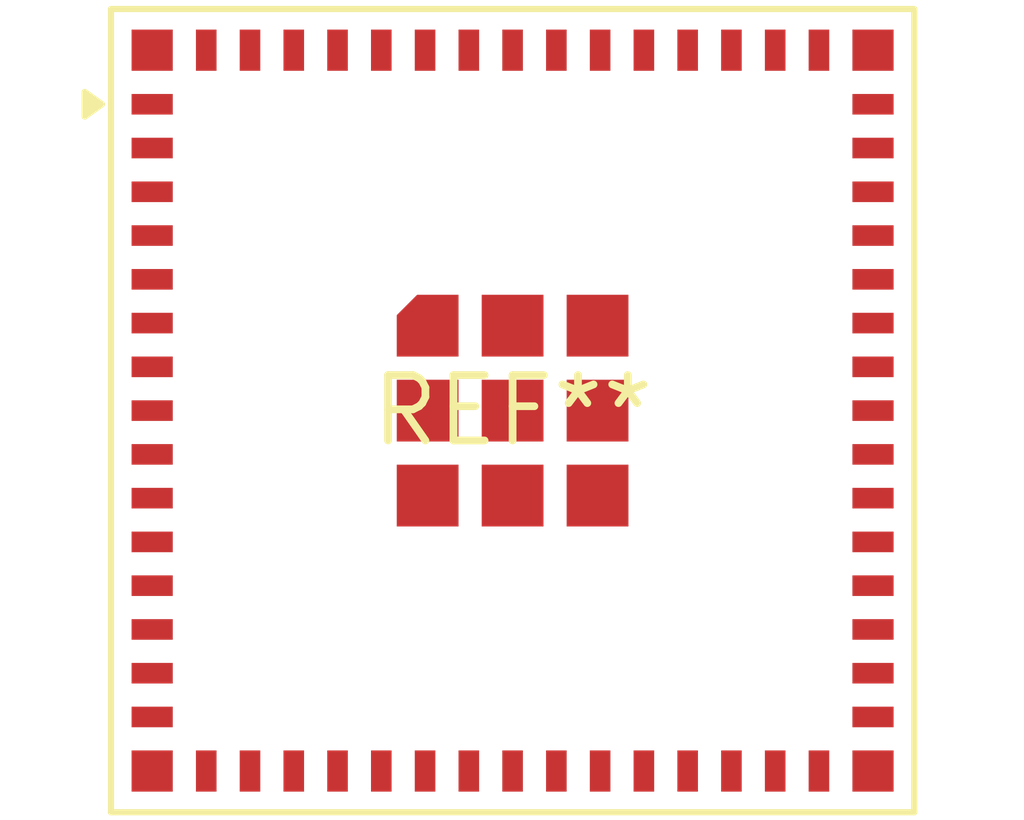
<source format=kicad_pcb>
(kicad_pcb (version 20240108) (generator pcbnew)
  (layers (0 "F.Cu" signal) (31 "B.Cu" signal) (34 "B.Paste" user) (35 "F.Paste" user) (36 "B.SilkS" user "B.Silkscreen") (37 "F.SilkS" user "F.Silkscreen") (38 "B.Mask" user) (39 "F.Mask" user) (44 "Edge.Cuts" user))
  (net 0 "")
  (footprint "ESP32-S2-MINI-1U" (layer "F.Cu") (at 0 0)
    (property "Reference" "REF**")
    (property "Value" "ESP32-S2-MINI-1U")
    (fp_line (start -7.8 -7.8) (end 7.8 -7.8) (layer "F.SilkS") (stroke (width 0.12)))
    (fp_line (start -7.8 7.8) (end -7.8 -7.8) (layer "F.SilkS") (stroke (width 0.12)))
    (fp_line (start 7.8 -7.8) (end 7.8 7.8) (layer "F.SilkS") (stroke (width 0.12)))
    (fp_line (start 7.8 7.8) (end -7.8 7.8) (layer "F.SilkS") (stroke (width 0.12)))
    (fp_poly (pts (xy -7.975 -5.95) (xy -8.311 -5.71) (xy -8.311 -6.19) (xy -7.975 -5.95)) (layer "F.SilkS") (stroke (width 0.12)) (fill solid))
    (pad "1" smd rect (at -7 -5.95) (size 0.8 0.4) (layers "F.Cu" "F.Paste" "F.Mask"))
    (pad "2" smd rect (at -7 -5.1) (size 0.8 0.4) (layers "F.Cu" "F.Paste" "F.Mask"))
    (pad "3" smd rect (at -7 -4.25) (size 0.8 0.4) (layers "F.Cu" "F.Paste" "F.Mask"))
    (pad "4" smd rect (at -7 -3.4) (size 0.8 0.4) (layers "F.Cu" "F.Paste" "F.Mask"))
    (pad "5" smd rect (at -7 -2.55) (size 0.8 0.4) (layers "F.Cu" "F.Paste" "F.Mask"))
    (pad "6" smd rect (at -7 -1.7) (size 0.8 0.4) (layers "F.Cu" "F.Paste" "F.Mask"))
    (pad "7" smd rect (at -7 -0.85) (size 0.8 0.4) (layers "F.Cu" "F.Paste" "F.Mask"))
    (pad "8" smd rect (at -7 0) (size 0.8 0.4) (layers "F.Cu" "F.Paste" "F.Mask"))
    (pad "9" smd rect (at -7 0.85) (size 0.8 0.4) (layers "F.Cu" "F.Paste" "F.Mask"))
    (pad "10" smd rect (at -7 1.7) (size 0.8 0.4) (layers "F.Cu" "F.Paste" "F.Mask"))
    (pad "11" smd rect (at -7 2.55) (size 0.8 0.4) (layers "F.Cu" "F.Paste" "F.Mask"))
    (pad "12" smd rect (at -7 3.4) (size 0.8 0.4) (layers "F.Cu" "F.Paste" "F.Mask"))
    (pad "13" smd rect (at -7 4.25) (size 0.8 0.4) (layers "F.Cu" "F.Paste" "F.Mask"))
    (pad "14" smd rect (at -7 5.1) (size 0.8 0.4) (layers "F.Cu" "F.Paste" "F.Mask"))
    (pad "15" smd rect (at -7 5.95) (size 0.8 0.4) (layers "F.Cu" "F.Paste" "F.Mask"))
    (pad "16" smd rect (at -5.95 7 90) (size 0.8 0.4) (layers "F.Cu" "F.Paste" "F.Mask"))
    (pad "17" smd rect (at -5.1 7 90) (size 0.8 0.4) (layers "F.Cu" "F.Paste" "F.Mask"))
    (pad "18" smd rect (at -4.25 7 90) (size 0.8 0.4) (layers "F.Cu" "F.Paste" "F.Mask"))
    (pad "19" smd rect (at -3.4 7 90) (size 0.8 0.4) (layers "F.Cu" "F.Paste" "F.Mask"))
    (pad "20" smd rect (at -2.55 7 90) (size 0.8 0.4) (layers "F.Cu" "F.Paste" "F.Mask"))
    (pad "21" smd rect (at -1.7 7 90) (size 0.8 0.4) (layers "F.Cu" "F.Paste" "F.Mask"))
    (pad "22" smd rect (at -0.85 7 90) (size 0.8 0.4) (layers "F.Cu" "F.Paste" "F.Mask"))
    (pad "23" smd rect (at 0 7 90) (size 0.8 0.4) (layers "F.Cu" "F.Paste" "F.Mask"))
    (pad "24" smd rect (at 0.85 7 90) (size 0.8 0.4) (layers "F.Cu" "F.Paste" "F.Mask"))
    (pad "25" smd rect (at 1.7 7 90) (size 0.8 0.4) (layers "F.Cu" "F.Paste" "F.Mask"))
    (pad "26" smd rect (at 2.55 7 90) (size 0.8 0.4) (layers "F.Cu" "F.Paste" "F.Mask"))
    (pad "27" smd rect (at 3.4 7 90) (size 0.8 0.4) (layers "F.Cu" "F.Paste" "F.Mask"))
    (pad "28" smd rect (at 4.25 7 90) (size 0.8 0.4) (layers "F.Cu" "F.Paste" "F.Mask"))
    (pad "29" smd rect (at 5.1 7 90) (size 0.8 0.4) (layers "F.Cu" "F.Paste" "F.Mask"))
    (pad "30" smd rect (at 5.95 7 90) (size 0.8 0.4) (layers "F.Cu" "F.Paste" "F.Mask"))
    (pad "31" smd rect (at 7 5.95) (size 0.8 0.4) (layers "F.Cu" "F.Paste" "F.Mask"))
    (pad "32" smd rect (at 7 5.1) (size 0.8 0.4) (layers "F.Cu" "F.Paste" "F.Mask"))
    (pad "33" smd rect (at 7 4.25) (size 0.8 0.4) (layers "F.Cu" "F.Paste" "F.Mask"))
    (pad "34" smd rect (at 7 3.4) (size 0.8 0.4) (layers "F.Cu" "F.Paste" "F.Mask"))
    (pad "35" smd rect (at 7 2.55) (size 0.8 0.4) (layers "F.Cu" "F.Paste" "F.Mask"))
    (pad "36" smd rect (at 7 1.7) (size 0.8 0.4) (layers "F.Cu" "F.Paste" "F.Mask"))
    (pad "37" smd rect (at 7 0.85) (size 0.8 0.4) (layers "F.Cu" "F.Paste" "F.Mask"))
    (pad "38" smd rect (at 7 0) (size 0.8 0.4) (layers "F.Cu" "F.Paste" "F.Mask"))
    (pad "39" smd rect (at 7 -0.85) (size 0.8 0.4) (layers "F.Cu" "F.Paste" "F.Mask"))
    (pad "40" smd rect (at 7 -1.7) (size 0.8 0.4) (layers "F.Cu" "F.Paste" "F.Mask"))
    (pad "41" smd rect (at 7 -2.55) (size 0.8 0.4) (layers "F.Cu" "F.Paste" "F.Mask"))
    (pad "42" smd rect (at 7 -3.4) (size 0.8 0.4) (layers "F.Cu" "F.Paste" "F.Mask"))
    (pad "43" smd rect (at 7 -4.25) (size 0.8 0.4) (layers "F.Cu" "F.Paste" "F.Mask"))
    (pad "44" smd rect (at 7 -5.1) (size 0.8 0.4) (layers "F.Cu" "F.Paste" "F.Mask"))
    (pad "45" smd rect (at 7 -5.95) (size 0.8 0.4) (layers "F.Cu" "F.Paste" "F.Mask"))
    (pad "46" smd rect (at 5.95 -7 90) (size 0.8 0.4) (layers "F.Cu" "F.Paste" "F.Mask"))
    (pad "47" smd rect (at 5.1 -7 90) (size 0.8 0.4) (layers "F.Cu" "F.Paste" "F.Mask"))
    (pad "48" smd rect (at 4.25 -7 90) (size 0.8 0.4) (layers "F.Cu" "F.Paste" "F.Mask"))
    (pad "49" smd rect (at 3.4 -7 90) (size 0.8 0.4) (layers "F.Cu" "F.Paste" "F.Mask"))
    (pad "50" smd rect (at 2.55 -7 90) (size 0.8 0.4) (layers "F.Cu" "F.Paste" "F.Mask"))
    (pad "51" smd rect (at 1.7 -7 90) (size 0.8 0.4) (layers "F.Cu" "F.Paste" "F.Mask"))
    (pad "52" smd rect (at 0.85 -7 90) (size 0.8 0.4) (layers "F.Cu" "F.Paste" "F.Mask"))
    (pad "53" smd rect (at 0 -7 90) (size 0.8 0.4) (layers "F.Cu" "F.Paste" "F.Mask"))
    (pad "54" smd rect (at -0.85 -7 90) (size 0.8 0.4) (layers "F.Cu" "F.Paste" "F.Mask"))
    (pad "55" smd rect (at -1.7 -7 90) (size 0.8 0.4) (layers "F.Cu" "F.Paste" "F.Mask"))
    (pad "56" smd rect (at -2.55 -7 90) (size 0.8 0.4) (layers "F.Cu" "F.Paste" "F.Mask"))
    (pad "57" smd rect (at -3.4 -7 90) (size 0.8 0.4) (layers "F.Cu" "F.Paste" "F.Mask"))
    (pad "58" smd rect (at -4.25 -7 90) (size 0.8 0.4) (layers "F.Cu" "F.Paste" "F.Mask"))
    (pad "59" smd rect (at -5.1 -7 90) (size 0.8 0.4) (layers "F.Cu" "F.Paste" "F.Mask"))
    (pad "60" smd rect (at -5.95 -7 90) (size 0.8 0.4) (layers "F.Cu" "F.Paste" "F.Mask"))
    (pad "61" smd roundrect (at -1.65 -1.65) (size 1.2 1.2) (layers "F.Cu" "F.Paste" "F.Mask") (roundrect_rratio 0) (chamfer_ratio 0.33) (chamfer top_left))
    (pad "61" smd rect (at -1.65 0) (size 1.2 1.2) (layers "F.Cu" "F.Paste" "F.Mask"))
    (pad "61" smd rect (at -1.65 1.65) (size 1.2 1.2) (layers "F.Cu" "F.Paste" "F.Mask"))
    (pad "61" smd rect (at 0 -1.65) (size 1.2 1.2) (layers "F.Cu" "F.Paste" "F.Mask"))
    (pad "61" smd rect (at 0 0) (size 1.2 1.2) (layers "F.Cu" "F.Paste" "F.Mask"))
    (pad "61" smd rect (at 0 1.65) (size 1.2 1.2) (layers "F.Cu" "F.Paste" "F.Mask"))
    (pad "61" smd rect (at 1.65 -1.65) (size 1.2 1.2) (layers "F.Cu" "F.Paste" "F.Mask"))
    (pad "61" smd rect (at 1.65 0) (size 1.2 1.2) (layers "F.Cu" "F.Paste" "F.Mask"))
    (pad "61" smd rect (at 1.65 1.65) (size 1.2 1.2) (layers "F.Cu" "F.Paste" "F.Mask"))
    (pad "62" smd rect (at -7 -7) (size 0.8 0.8) (layers "F.Cu" "F.Paste" "F.Mask"))
    (pad "63" smd rect (at -7 7) (size 0.8 0.8) (layers "F.Cu" "F.Paste" "F.Mask"))
    (pad "64" smd rect (at 7 7) (size 0.8 0.8) (layers "F.Cu" "F.Paste" "F.Mask"))
    (pad "65" smd rect (at 7 -7) (size 0.8 0.8) (layers "F.Cu" "F.Paste" "F.Mask"))
  )
)
</source>
